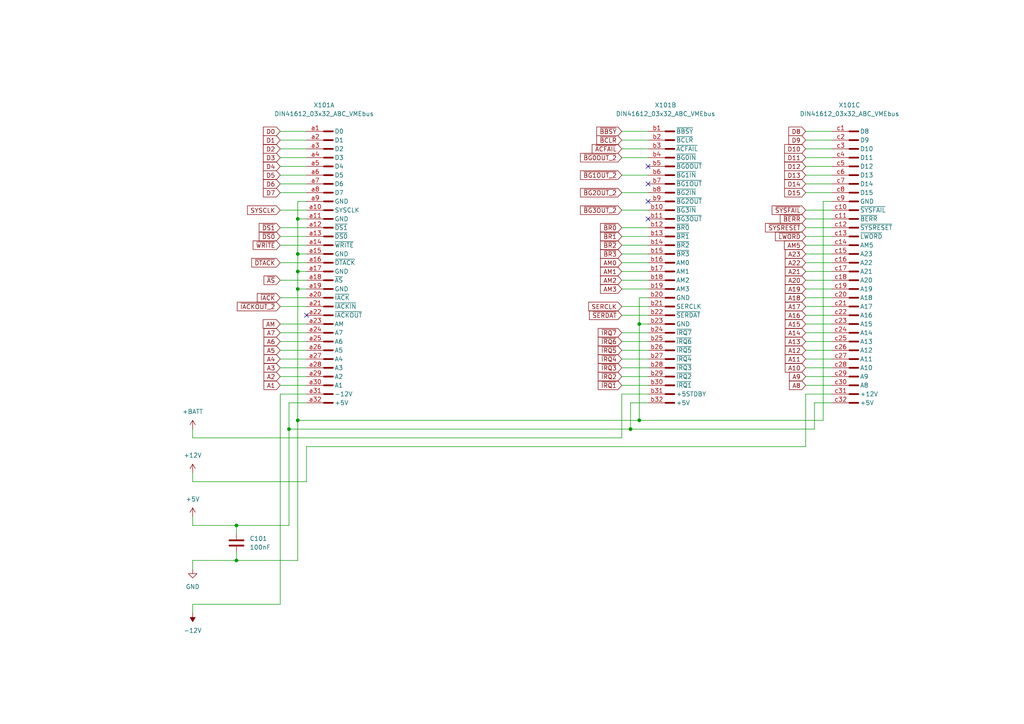
<source format=kicad_sch>
(kicad_sch (version 20211123) (generator eeschema)
  (paper "A4")
  (title_block (title "SLOT 3") (date "2024-01-02") (rev "1") (company "(C) TOM STOREY") (comment 1 "FREE FOR NON-COMMERCIAL USE"))
  (lib_symbols
    (symbol "COMET symbols:C" (pin_numbers hide) (pin_names hide)
      (property "Reference" "C" (at 0 0 0))
      (property "Value" "C" (at 0 0 0))
      (symbol "C_0_1"
        (polyline (pts (xy -2.032 -0.762) (xy 2.032 -0.762)) (stroke (width 0.508)))
        (polyline (pts (xy -2.032 0.762) (xy 2.032 0.762)) (stroke (width 0.508)))
      )
      (symbol "C_1_1"
        (pin passive line (at 0 2.54 270) (length 1.524) (name "~") (number "1"))
        (pin passive line (at 0 -2.54 90) (length 1.524) (name "~") (number "2"))
      )
    )
    (symbol "COMET symbols:DIN41612_03x32_ABC_VMEbus" (pin_names (offset 3.048))
      (property "Reference" "X1" (at -20.32 45.72 0))
      (property "Value" "DIN41612_03x32_ABC_VMEbus" (at -20.32 43.18 0))
      (symbol "DIN41612_03x32_ABC_VMEbus_1_1"
        (polyline (pts (xy 0 -40.64) (xy 2.54 -40.64)) (stroke (width 0.508)))
        (polyline (pts (xy 0 -38.1) (xy 2.54 -38.1)) (stroke (width 0.508)))
        (polyline (pts (xy 0 -35.56) (xy 2.54 -35.56)) (stroke (width 0.508)))
        (polyline (pts (xy 0 -33.02) (xy 2.54 -33.02)) (stroke (width 0.508)))
        (polyline (pts (xy 0 -30.48) (xy 2.54 -30.48)) (stroke (width 0.508)))
        (polyline (pts (xy 0 -27.94) (xy 2.54 -27.94)) (stroke (width 0.508)))
        (polyline (pts (xy 0 -25.4) (xy 2.54 -25.4)) (stroke (width 0.508)))
        (polyline (pts (xy 0 -22.86) (xy 2.54 -22.86)) (stroke (width 0.508)))
        (polyline (pts (xy 0 -20.32) (xy 2.54 -20.32)) (stroke (width 0.508)))
        (polyline (pts (xy 0 -17.78) (xy 2.54 -17.78)) (stroke (width 0.508)))
        (polyline (pts (xy 0 -15.24) (xy 2.54 -15.24)) (stroke (width 0.508)))
        (polyline (pts (xy 0 -12.7) (xy 2.54 -12.7)) (stroke (width 0.508)))
        (polyline (pts (xy 0 -10.16) (xy 2.54 -10.16)) (stroke (width 0.508)))
        (polyline (pts (xy 0 -7.62) (xy 2.54 -7.62)) (stroke (width 0.508)))
        (polyline (pts (xy 0 -5.08) (xy 2.54 -5.08)) (stroke (width 0.508)))
        (polyline (pts (xy 0 -2.54) (xy 2.54 -2.54)) (stroke (width 0.508)))
        (polyline (pts (xy 0 0) (xy 2.54 0)) (stroke (width 0.508)))
        (polyline (pts (xy 0 2.54) (xy 2.54 2.54)) (stroke (width 0.508)))
        (polyline (pts (xy 0 5.08) (xy 2.54 5.08)) (stroke (width 0.508)))
        (polyline (pts (xy 0 7.62) (xy 2.54 7.62)) (stroke (width 0.508)))
        (polyline (pts (xy 0 10.16) (xy 2.54 10.16)) (stroke (width 0.508)))
        (polyline (pts (xy 0 12.7) (xy 2.54 12.7)) (stroke (width 0.508)))
        (polyline (pts (xy 0 15.24) (xy 2.54 15.24)) (stroke (width 0.508)))
        (polyline (pts (xy 0 17.78) (xy 2.54 17.78)) (stroke (width 0.508)))
        (polyline (pts (xy 0 20.32) (xy 2.54 20.32)) (stroke (width 0.508)))
        (polyline (pts (xy 0 22.86) (xy 2.54 22.86)) (stroke (width 0.508)))
        (polyline (pts (xy 0 25.4) (xy 2.54 25.4)) (stroke (width 0.508)))
        (polyline (pts (xy 0 27.94) (xy 2.54 27.94)) (stroke (width 0.508)))
        (polyline (pts (xy 0 30.48) (xy 2.54 30.48)) (stroke (width 0.508)))
        (polyline (pts (xy 0 33.02) (xy 2.54 33.02)) (stroke (width 0.508)))
        (polyline (pts (xy 0 35.56) (xy 2.54 35.56)) (stroke (width 0.508)))
        (polyline (pts (xy 0 38.1) (xy 2.54 38.1)) (stroke (width 0.508)))
        (pin passive line (at -5.08 38.1 0) (length 5.08) (name "D0") (number "a1"))
        (pin passive line (at -5.08 15.24 0) (length 5.08) (name "SYSCLK") (number "a10"))
        (pin passive line (at -5.08 12.7 0) (length 5.08) (name "GND") (number "a11"))
        (pin passive line (at -5.08 10.16 0) (length 5.08) (name "~{DS1}") (number "a12"))
        (pin passive line (at -5.08 7.62 0) (length 5.08) (name "~{DS0}") (number "a13"))
        (pin passive line (at -5.08 5.08 0) (length 5.08) (name "~{WRITE}") (number "a14"))
        (pin passive line (at -5.08 2.54 0) (length 5.08) (name "GND") (number "a15"))
        (pin passive line (at -5.08 0 0) (length 5.08) (name "~{DTACK}") (number "a16"))
        (pin passive line (at -5.08 -2.54 0) (length 5.08) (name "GND") (number "a17"))
        (pin passive line (at -5.08 -5.08 0) (length 5.08) (name "~{AS}") (number "a18"))
        (pin passive line (at -5.08 -7.62 0) (length 5.08) (name "GND") (number "a19"))
        (pin passive line (at -5.08 35.56 0) (length 5.08) (name "D1") (number "a2"))
        (pin passive line (at -5.08 -10.16 0) (length 5.08) (name "~{IACK}") (number "a20"))
        (pin passive line (at -5.08 -12.7 0) (length 5.08) (name "~{IACKIN}") (number "a21"))
        (pin passive line (at -5.08 -15.24 0) (length 5.08) (name "~{IACKOUT}") (number "a22"))
        (pin passive line (at -5.08 -17.78 0) (length 5.08) (name "AM") (number "a23"))
        (pin passive line (at -5.08 -20.32 0) (length 5.08) (name "A7") (number "a24"))
        (pin passive line (at -5.08 -22.86 0) (length 5.08) (name "A6") (number "a25"))
        (pin passive line (at -5.08 -25.4 0) (length 5.08) (name "A5") (number "a26"))
        (pin passive line (at -5.08 -27.94 0) (length 5.08) (name "A4") (number "a27"))
        (pin passive line (at -5.08 -30.48 0) (length 5.08) (name "A3") (number "a28"))
        (pin passive line (at -5.08 -33.02 0) (length 5.08) (name "A2") (number "a29"))
        (pin passive line (at -5.08 33.02 0) (length 5.08) (name "D2") (number "a3"))
        (pin passive line (at -5.08 -35.56 0) (length 5.08) (name "A1") (number "a30"))
        (pin passive line (at -5.08 -38.1 0) (length 5.08) (name "-12V") (number "a31"))
        (pin passive line (at -5.08 -40.64 0) (length 5.08) (name "+5V") (number "a32"))
        (pin passive line (at -5.08 30.48 0) (length 5.08) (name "D3") (number "a4"))
        (pin passive line (at -5.08 27.94 0) (length 5.08) (name "D4") (number "a5"))
        (pin passive line (at -5.08 25.4 0) (length 5.08) (name "D5") (number "a6"))
        (pin passive line (at -5.08 22.86 0) (length 5.08) (name "D6") (number "a7"))
        (pin passive line (at -5.08 20.32 0) (length 5.08) (name "D7") (number "a8"))
        (pin passive line (at -5.08 17.78 0) (length 5.08) (name "GND") (number "a9"))
      )
      (symbol "DIN41612_03x32_ABC_VMEbus_2_1"
        (polyline (pts (xy 0 -40.64) (xy 2.54 -40.64)) (stroke (width 0.508)))
        (polyline (pts (xy 0 -38.1) (xy 2.54 -38.1)) (stroke (width 0.508)))
        (polyline (pts (xy 0 -35.56) (xy 2.54 -35.56)) (stroke (width 0.508)))
        (polyline (pts (xy 0 -33.02) (xy 2.54 -33.02)) (stroke (width 0.508)))
        (polyline (pts (xy 0 -30.48) (xy 2.54 -30.48)) (stroke (width 0.508)))
        (polyline (pts (xy 0 -27.94) (xy 2.54 -27.94)) (stroke (width 0.508)))
        (polyline (pts (xy 0 -25.4) (xy 2.54 -25.4)) (stroke (width 0.508)))
        (polyline (pts (xy 0 -22.86) (xy 2.54 -22.86)) (stroke (width 0.508)))
        (polyline (pts (xy 0 -20.32) (xy 2.54 -20.32)) (stroke (width 0.508)))
        (polyline (pts (xy 0 -17.78) (xy 2.54 -17.78)) (stroke (width 0.508)))
        (polyline (pts (xy 0 -15.24) (xy 2.54 -15.24)) (stroke (width 0.508)))
        (polyline (pts (xy 0 -12.7) (xy 2.54 -12.7)) (stroke (width 0.508)))
        (polyline (pts (xy 0 -10.16) (xy 2.54 -10.16)) (stroke (width 0.508)))
        (polyline (pts (xy 0 -7.62) (xy 2.54 -7.62)) (stroke (width 0.508)))
        (polyline (pts (xy 0 -5.08) (xy 2.54 -5.08)) (stroke (width 0.508)))
        (polyline (pts (xy 0 -2.54) (xy 2.54 -2.54)) (stroke (width 0.508)))
        (polyline (pts (xy 0 0) (xy 2.54 0)) (stroke (width 0.508)))
        (polyline (pts (xy 0 2.54) (xy 2.54 2.54)) (stroke (width 0.508)))
        (polyline (pts (xy 0 5.08) (xy 2.54 5.08)) (stroke (width 0.508)))
        (polyline (pts (xy 0 7.62) (xy 2.54 7.62)) (stroke (width 0.508)))
        (polyline (pts (xy 0 10.16) (xy 2.54 10.16)) (stroke (width 0.508)))
        (polyline (pts (xy 0 12.7) (xy 2.54 12.7)) (stroke (width 0.508)))
        (polyline (pts (xy 0 15.24) (xy 2.54 15.24)) (stroke (width 0.508)))
        (polyline (pts (xy 0 17.78) (xy 2.54 17.78)) (stroke (width 0.508)))
        (polyline (pts (xy 0 20.32) (xy 2.54 20.32)) (stroke (width 0.508)))
        (polyline (pts (xy 0 22.86) (xy 2.54 22.86)) (stroke (width 0.508)))
        (polyline (pts (xy 0 25.4) (xy 2.54 25.4)) (stroke (width 0.508)))
        (polyline (pts (xy 0 27.94) (xy 2.54 27.94)) (stroke (width 0.508)))
        (polyline (pts (xy 0 30.48) (xy 2.54 30.48)) (stroke (width 0.508)))
        (polyline (pts (xy 0 33.02) (xy 2.54 33.02)) (stroke (width 0.508)))
        (polyline (pts (xy 0 35.56) (xy 2.54 35.56)) (stroke (width 0.508)))
        (polyline (pts (xy 0 38.1) (xy 2.54 38.1)) (stroke (width 0.508)))
        (pin passive line (at -5.08 38.1 0) (length 5.08) (name "~{BBSY}") (number "b1"))
        (pin passive line (at -5.08 15.24 0) (length 5.08) (name "~{BG3IN}") (number "b10"))
        (pin passive line (at -5.08 12.7 0) (length 5.08) (name "~{BG3OUT}") (number "b11"))
        (pin passive line (at -5.08 10.16 0) (length 5.08) (name "~{BR0}") (number "b12"))
        (pin passive line (at -5.08 7.62 0) (length 5.08) (name "~{BR1}") (number "b13"))
        (pin passive line (at -5.08 5.08 0) (length 5.08) (name "~{BR2}") (number "b14"))
        (pin passive line (at -5.08 2.54 0) (length 5.08) (name "~{BR3}") (number "b15"))
        (pin passive line (at -5.08 0 0) (length 5.08) (name "AM0") (number "b16"))
        (pin passive line (at -5.08 -2.54 0) (length 5.08) (name "AM1") (number "b17"))
        (pin passive line (at -5.08 -5.08 0) (length 5.08) (name "AM2") (number "b18"))
        (pin passive line (at -5.08 -7.62 0) (length 5.08) (name "AM3") (number "b19"))
        (pin passive line (at -5.08 35.56 0) (length 5.08) (name "~{BCLR}") (number "b2"))
        (pin passive line (at -5.08 -10.16 0) (length 5.08) (name "GND") (number "b20"))
        (pin passive line (at -5.08 -12.7 0) (length 5.08) (name "SERCLK") (number "b21"))
        (pin passive line (at -5.08 -15.24 0) (length 5.08) (name "~{SERDAT}") (number "b22"))
        (pin passive line (at -5.08 -17.78 0) (length 5.08) (name "GND") (number "b23"))
        (pin passive line (at -5.08 -20.32 0) (length 5.08) (name "~{IRQ7}") (number "b24"))
        (pin passive line (at -5.08 -22.86 0) (length 5.08) (name "~{IRQ6}") (number "b25"))
        (pin passive line (at -5.08 -25.4 0) (length 5.08) (name "~{IRQ5}") (number "b26"))
        (pin passive line (at -5.08 -27.94 0) (length 5.08) (name "~{IRQ4}") (number "b27"))
        (pin passive line (at -5.08 -30.48 0) (length 5.08) (name "~{IRQ3}") (number "b28"))
        (pin passive line (at -5.08 -33.02 0) (length 5.08) (name "~{IRQ2}") (number "b29"))
        (pin passive line (at -5.08 33.02 0) (length 5.08) (name "~{ACFAIL}") (number "b3"))
        (pin passive line (at -5.08 -35.56 0) (length 5.08) (name "~{IRQ1}") (number "b30"))
        (pin passive line (at -5.08 -38.1 0) (length 5.08) (name "+5STDBY") (number "b31"))
        (pin passive line (at -5.08 -40.64 0) (length 5.08) (name "+5V") (number "b32"))
        (pin passive line (at -5.08 30.48 0) (length 5.08) (name "~{BG0IN}") (number "b4"))
        (pin passive line (at -5.08 27.94 0) (length 5.08) (name "~{BG0OUT}") (number "b5"))
        (pin passive line (at -5.08 25.4 0) (length 5.08) (name "~{BG1IN}") (number "b6"))
        (pin passive line (at -5.08 22.86 0) (length 5.08) (name "~{BG1OUT}") (number "b7"))
        (pin passive line (at -5.08 20.32 0) (length 5.08) (name "~{BG2IN}") (number "b8"))
        (pin passive line (at -5.08 17.78 0) (length 5.08) (name "~{BG2OUT}") (number "b9"))
      )
      (symbol "DIN41612_03x32_ABC_VMEbus_3_1"
        (polyline (pts (xy 0 -40.64) (xy 2.54 -40.64)) (stroke (width 0.508)))
        (polyline (pts (xy 0 -38.1) (xy 2.54 -38.1)) (stroke (width 0.508)))
        (polyline (pts (xy 0 -35.56) (xy 2.54 -35.56)) (stroke (width 0.508)))
        (polyline (pts (xy 0 -33.02) (xy 2.54 -33.02)) (stroke (width 0.508)))
        (polyline (pts (xy 0 -30.48) (xy 2.54 -30.48)) (stroke (width 0.508)))
        (polyline (pts (xy 0 -27.94) (xy 2.54 -27.94)) (stroke (width 0.508)))
        (polyline (pts (xy 0 -25.4) (xy 2.54 -25.4)) (stroke (width 0.508)))
        (polyline (pts (xy 0 -22.86) (xy 2.54 -22.86)) (stroke (width 0.508)))
        (polyline (pts (xy 0 -20.32) (xy 2.54 -20.32)) (stroke (width 0.508)))
        (polyline (pts (xy 0 -17.78) (xy 2.54 -17.78)) (stroke (width 0.508)))
        (polyline (pts (xy 0 -15.24) (xy 2.54 -15.24)) (stroke (width 0.508)))
        (polyline (pts (xy 0 -12.7) (xy 2.54 -12.7)) (stroke (width 0.508)))
        (polyline (pts (xy 0 -10.16) (xy 2.54 -10.16)) (stroke (width 0.508)))
        (polyline (pts (xy 0 -7.62) (xy 2.54 -7.62)) (stroke (width 0.508)))
        (polyline (pts (xy 0 -5.08) (xy 2.54 -5.08)) (stroke (width 0.508)))
        (polyline (pts (xy 0 -2.54) (xy 2.54 -2.54)) (stroke (width 0.508)))
        (polyline (pts (xy 0 0) (xy 2.54 0)) (stroke (width 0.508)))
        (polyline (pts (xy 0 2.54) (xy 2.54 2.54)) (stroke (width 0.508)))
        (polyline (pts (xy 0 5.08) (xy 2.54 5.08)) (stroke (width 0.508)))
        (polyline (pts (xy 0 7.62) (xy 2.54 7.62)) (stroke (width 0.508)))
        (polyline (pts (xy 0 10.16) (xy 2.54 10.16)) (stroke (width 0.508)))
        (polyline (pts (xy 0 12.7) (xy 2.54 12.7)) (stroke (width 0.508)))
        (polyline (pts (xy 0 15.24) (xy 2.54 15.24)) (stroke (width 0.508)))
        (polyline (pts (xy 0 17.78) (xy 2.54 17.78)) (stroke (width 0.508)))
        (polyline (pts (xy 0 20.32) (xy 2.54 20.32)) (stroke (width 0.508)))
        (polyline (pts (xy 0 22.86) (xy 2.54 22.86)) (stroke (width 0.508)))
        (polyline (pts (xy 0 25.4) (xy 2.54 25.4)) (stroke (width 0.508)))
        (polyline (pts (xy 0 27.94) (xy 2.54 27.94)) (stroke (width 0.508)))
        (polyline (pts (xy 0 30.48) (xy 2.54 30.48)) (stroke (width 0.508)))
        (polyline (pts (xy 0 33.02) (xy 2.54 33.02)) (stroke (width 0.508)))
        (polyline (pts (xy 0 35.56) (xy 2.54 35.56)) (stroke (width 0.508)))
        (polyline (pts (xy 0 38.1) (xy 2.54 38.1)) (stroke (width 0.508)))
        (pin passive line (at -5.08 38.1 0) (length 5.08) (name "D8") (number "c1"))
        (pin passive line (at -5.08 15.24 0) (length 5.08) (name "~{SYSFAIL}") (number "c10"))
        (pin passive line (at -5.08 12.7 0) (length 5.08) (name "~{BERR}") (number "c11"))
        (pin passive line (at -5.08 10.16 0) (length 5.08) (name "~{SYSRESET}") (number "c12"))
        (pin passive line (at -5.08 7.62 0) (length 5.08) (name "~{LWORD}") (number "c13"))
        (pin passive line (at -5.08 5.08 0) (length 5.08) (name "AM5") (number "c14"))
        (pin passive line (at -5.08 2.54 0) (length 5.08) (name "A23") (number "c15"))
        (pin passive line (at -5.08 0 0) (length 5.08) (name "A22") (number "c16"))
        (pin passive line (at -5.08 -2.54 0) (length 5.08) (name "A21") (number "c17"))
        (pin passive line (at -5.08 -5.08 0) (length 5.08) (name "A20") (number "c18"))
        (pin passive line (at -5.08 -7.62 0) (length 5.08) (name "A19") (number "c19"))
        (pin passive line (at -5.08 35.56 0) (length 5.08) (name "D9") (number "c2"))
        (pin passive line (at -5.08 -10.16 0) (length 5.08) (name "A18") (number "c20"))
        (pin passive line (at -5.08 -12.7 0) (length 5.08) (name "A17") (number "c21"))
        (pin passive line (at -5.08 -15.24 0) (length 5.08) (name "A16") (number "c22"))
        (pin passive line (at -5.08 -17.78 0) (length 5.08) (name "A15") (number "c23"))
        (pin passive line (at -5.08 -20.32 0) (length 5.08) (name "A14") (number "c24"))
        (pin passive line (at -5.08 -22.86 0) (length 5.08) (name "A13") (number "c25"))
        (pin passive line (at -5.08 -25.4 0) (length 5.08) (name "A12") (number "c26"))
        (pin passive line (at -5.08 -27.94 0) (length 5.08) (name "A11") (number "c27"))
        (pin passive line (at -5.08 -30.48 0) (length 5.08) (name "A10") (number "c28"))
        (pin passive line (at -5.08 -33.02 0) (length 5.08) (name "A9") (number "c29"))
        (pin passive line (at -5.08 33.02 0) (length 5.08) (name "D10") (number "c3"))
        (pin passive line (at -5.08 -35.56 0) (length 5.08) (name "A8") (number "c30"))
        (pin passive line (at -5.08 -38.1 0) (length 5.08) (name "+12V") (number "c31"))
        (pin passive line (at -5.08 -40.64 0) (length 5.08) (name "+5V") (number "c32"))
        (pin passive line (at -5.08 30.48 0) (length 5.08) (name "D11") (number "c4"))
        (pin passive line (at -5.08 27.94 0) (length 5.08) (name "D12") (number "c5"))
        (pin passive line (at -5.08 25.4 0) (length 5.08) (name "D13") (number "c6"))
        (pin passive line (at -5.08 22.86 0) (length 5.08) (name "D14") (number "c7"))
        (pin passive line (at -5.08 20.32 0) (length 5.08) (name "D15") (number "c8"))
        (pin passive line (at -5.08 17.78 0) (length 5.08) (name "GND") (number "c9"))
      )
    )
    (symbol "power:+12V" (power) (pin_names (offset 0))
      (property "Value" "+12V" (at 0 3.556 0))
      (symbol "+12V_0_1"
        (polyline (pts (xy -0.762 1.27) (xy 0 2.54)))
        (polyline (pts (xy 0 0) (xy 0 2.54)))
        (polyline (pts (xy 0 2.54) (xy 0.762 1.27)))
      )
      (symbol "+12V_1_1"
        (pin power_in line (at 0 0 90) (length 0) hide (name "+12V") (number "1"))
      )
    )
    (symbol "power:+5V" (power) (pin_names (offset 0))
      (property "Value" "+5V" (at 0 3.556 0))
      (symbol "+5V_0_1"
        (polyline (pts (xy -0.762 1.27) (xy 0 2.54)))
        (polyline (pts (xy 0 0) (xy 0 2.54)))
        (polyline (pts (xy 0 2.54) (xy 0.762 1.27)))
      )
      (symbol "+5V_1_1"
        (pin power_in line (at 0 0 90) (length 0) hide (name "+5V") (number "1"))
      )
    )
    (symbol "power:+BATT" (power) (pin_names (offset 0))
      (property "Value" "+BATT" (at 0 3.556 0))
      (symbol "+BATT_0_1"
        (polyline (pts (xy -0.762 1.27) (xy 0 2.54)))
        (polyline (pts (xy 0 0) (xy 0 2.54)))
        (polyline (pts (xy 0 2.54) (xy 0.762 1.27)))
      )
      (symbol "+BATT_1_1"
        (pin power_in line (at 0 0 90) (length 0) hide (name "+BATT") (number "1"))
      )
    )
    (symbol "power:-12V" (power) (pin_names (offset 0))
      (property "Value" "-12V" (at 0 3.81 0))
      (symbol "-12V_0_0"
        (pin power_in line (at 0 0 90) (length 0) hide (name "-12V") (number "1"))
      )
      (symbol "-12V_0_1"
        (polyline (pts (xy 0 0) (xy 0 1.27) (xy 0.762 1.27) (xy 0 2.54) (xy -0.762 1.27) (xy 0 1.27)) (fill (type outline)))
      )
    )
    (symbol "power:GND" (power) (pin_names (offset 0))
      (property "Value" "GND" (at 0 -3.81 0))
      (symbol "GND_0_1"
        (polyline (pts (xy 0 0) (xy 0 -1.27) (xy 1.27 -1.27) (xy 0 -2.54) (xy -1.27 -1.27) (xy 0 -1.27)))
      )
      (symbol "GND_1_1"
        (pin power_in line (at 0 0 270) (length 0) hide (name "GND") (number "1"))
      )
    )
  )
  (junction (at 86.36 83.82))
  (junction (at 86.36 63.5))
  (junction (at 86.36 78.74))
  (junction (at 185.42 93.98))
  (junction (at 185.42 121.92))
  (junction (at 83.82 124.46))
  (junction (at 86.36 73.66))
  (junction (at 68.58 152.4))
  (junction (at 182.88 124.46))
  (junction (at 68.58 162.56))
  (junction (at 86.36 121.92))
  (no_connect (at 88.9 91.44))
  (no_connect (at 187.96 63.5))
  (no_connect (at 187.96 58.42))
  (no_connect (at 187.96 48.26))
  (no_connect (at 187.96 53.34))
  (wire (pts (xy 238.76 58.42) (xy 238.76 121.92)))
  (wire (pts (xy 180.34 83.82) (xy 187.96 83.82)))
  (wire (pts (xy 233.68 106.68) (xy 241.3 106.68)))
  (wire (pts (xy 81.28 60.96) (xy 88.9 60.96)))
  (wire (pts (xy 180.34 43.18) (xy 187.96 43.18)))
  (wire (pts (xy 68.58 160.02) (xy 68.58 162.56)))
  (wire (pts (xy 233.68 55.88) (xy 241.3 55.88)))
  (wire (pts (xy 233.68 91.44) (xy 241.3 91.44)))
  (wire (pts (xy 86.36 78.74) (xy 88.9 78.74)))
  (wire (pts (xy 81.28 106.68) (xy 88.9 106.68)))
  (wire (pts (xy 233.68 71.12) (xy 241.3 71.12)))
  (wire (pts (xy 180.34 127) (xy 180.34 114.3)))
  (wire (pts (xy 233.68 114.3) (xy 241.3 114.3)))
  (wire (pts (xy 81.28 50.8) (xy 88.9 50.8)))
  (wire (pts (xy 233.68 86.36) (xy 241.3 86.36)))
  (wire (pts (xy 86.36 121.92) (xy 185.42 121.92)))
  (wire (pts (xy 55.88 177.8) (xy 55.88 175.26)))
  (wire (pts (xy 182.88 116.84) (xy 182.88 124.46)))
  (wire (pts (xy 185.42 86.36) (xy 185.42 93.98)))
  (wire (pts (xy 81.28 93.98) (xy 88.9 93.98)))
  (wire (pts (xy 55.88 139.7) (xy 88.9 139.7)))
  (wire (pts (xy 182.88 124.46) (xy 236.22 124.46)))
  (wire (pts (xy 236.22 116.84) (xy 241.3 116.84)))
  (wire (pts (xy 180.34 71.12) (xy 187.96 71.12)))
  (wire (pts (xy 233.68 38.1) (xy 241.3 38.1)))
  (wire (pts (xy 233.68 53.34) (xy 241.3 53.34)))
  (wire (pts (xy 55.88 149.86) (xy 55.88 152.4)))
  (wire (pts (xy 185.42 93.98) (xy 187.96 93.98)))
  (wire (pts (xy 86.36 78.74) (xy 86.36 83.82)))
  (wire (pts (xy 81.28 66.04) (xy 88.9 66.04)))
  (wire (pts (xy 180.34 111.76) (xy 187.96 111.76)))
  (wire (pts (xy 233.68 104.14) (xy 241.3 104.14)))
  (wire (pts (xy 180.34 96.52) (xy 187.96 96.52)))
  (wire (pts (xy 180.34 88.9) (xy 187.96 88.9)))
  (wire (pts (xy 55.88 175.26) (xy 81.28 175.26)))
  (wire (pts (xy 187.96 116.84) (xy 182.88 116.84)))
  (wire (pts (xy 55.88 137.16) (xy 55.88 139.7)))
  (wire (pts (xy 81.28 38.1) (xy 88.9 38.1)))
  (wire (pts (xy 81.28 86.36) (xy 88.9 86.36)))
  (wire (pts (xy 86.36 58.42) (xy 86.36 63.5)))
  (wire (pts (xy 83.82 152.4) (xy 83.82 124.46)))
  (wire (pts (xy 55.88 124.46) (xy 55.88 127)))
  (wire (pts (xy 180.34 40.64) (xy 187.96 40.64)))
  (wire (pts (xy 81.28 81.28) (xy 88.9 81.28)))
  (wire (pts (xy 180.34 73.66) (xy 187.96 73.66)))
  (wire (pts (xy 233.68 68.58) (xy 241.3 68.58)))
  (wire (pts (xy 233.68 99.06) (xy 241.3 99.06)))
  (wire (pts (xy 233.68 101.6) (xy 241.3 101.6)))
  (wire (pts (xy 233.68 48.26) (xy 241.3 48.26)))
  (wire (pts (xy 180.34 55.88) (xy 187.96 55.88)))
  (wire (pts (xy 233.68 129.54) (xy 233.68 114.3)))
  (wire (pts (xy 81.28 43.18) (xy 88.9 43.18)))
  (wire (pts (xy 81.28 76.2) (xy 88.9 76.2)))
  (wire (pts (xy 86.36 83.82) (xy 86.36 121.92)))
  (wire (pts (xy 180.34 104.14) (xy 187.96 104.14)))
  (wire (pts (xy 86.36 63.5) (xy 86.36 73.66)))
  (wire (pts (xy 180.34 68.58) (xy 187.96 68.58)))
  (wire (pts (xy 180.34 76.2) (xy 187.96 76.2)))
  (wire (pts (xy 233.68 88.9) (xy 241.3 88.9)))
  (wire (pts (xy 68.58 152.4) (xy 68.58 154.94)))
  (wire (pts (xy 83.82 124.46) (xy 182.88 124.46)))
  (wire (pts (xy 55.88 152.4) (xy 68.58 152.4)))
  (wire (pts (xy 81.28 48.26) (xy 88.9 48.26)))
  (wire (pts (xy 233.68 81.28) (xy 241.3 81.28)))
  (wire (pts (xy 88.9 116.84) (xy 83.82 116.84)))
  (wire (pts (xy 81.28 45.72) (xy 88.9 45.72)))
  (wire (pts (xy 68.58 162.56) (xy 55.88 162.56)))
  (wire (pts (xy 233.68 43.18) (xy 241.3 43.18)))
  (wire (pts (xy 233.68 50.8) (xy 241.3 50.8)))
  (wire (pts (xy 233.68 45.72) (xy 241.3 45.72)))
  (wire (pts (xy 81.28 175.26) (xy 81.28 114.3)))
  (wire (pts (xy 180.34 91.44) (xy 187.96 91.44)))
  (wire (pts (xy 180.34 106.68) (xy 187.96 106.68)))
  (wire (pts (xy 83.82 116.84) (xy 83.82 124.46)))
  (wire (pts (xy 88.9 129.54) (xy 88.9 139.7)))
  (wire (pts (xy 86.36 73.66) (xy 88.9 73.66)))
  (wire (pts (xy 81.28 101.6) (xy 88.9 101.6)))
  (wire (pts (xy 233.68 76.2) (xy 241.3 76.2)))
  (wire (pts (xy 68.58 152.4) (xy 83.82 152.4)))
  (wire (pts (xy 180.34 50.8) (xy 187.96 50.8)))
  (wire (pts (xy 86.36 162.56) (xy 68.58 162.56)))
  (wire (pts (xy 180.34 81.28) (xy 187.96 81.28)))
  (wire (pts (xy 241.3 58.42) (xy 238.76 58.42)))
  (wire (pts (xy 86.36 73.66) (xy 86.36 78.74)))
  (wire (pts (xy 81.28 104.14) (xy 88.9 104.14)))
  (wire (pts (xy 81.28 96.52) (xy 88.9 96.52)))
  (wire (pts (xy 81.28 53.34) (xy 88.9 53.34)))
  (wire (pts (xy 180.34 66.04) (xy 187.96 66.04)))
  (wire (pts (xy 88.9 58.42) (xy 86.36 58.42)))
  (wire (pts (xy 55.88 162.56) (xy 55.88 165.1)))
  (wire (pts (xy 233.68 40.64) (xy 241.3 40.64)))
  (wire (pts (xy 180.34 109.22) (xy 187.96 109.22)))
  (wire (pts (xy 88.9 129.54) (xy 233.68 129.54)))
  (wire (pts (xy 233.68 78.74) (xy 241.3 78.74)))
  (wire (pts (xy 233.68 93.98) (xy 241.3 93.98)))
  (wire (pts (xy 180.34 101.6) (xy 187.96 101.6)))
  (wire (pts (xy 81.28 68.58) (xy 88.9 68.58)))
  (wire (pts (xy 81.28 40.64) (xy 88.9 40.64)))
  (wire (pts (xy 233.68 60.96) (xy 241.3 60.96)))
  (wire (pts (xy 233.68 96.52) (xy 241.3 96.52)))
  (wire (pts (xy 233.68 66.04) (xy 241.3 66.04)))
  (wire (pts (xy 81.28 114.3) (xy 88.9 114.3)))
  (wire (pts (xy 86.36 63.5) (xy 88.9 63.5)))
  (wire (pts (xy 81.28 111.76) (xy 88.9 111.76)))
  (wire (pts (xy 185.42 121.92) (xy 238.76 121.92)))
  (wire (pts (xy 233.68 63.5) (xy 241.3 63.5)))
  (wire (pts (xy 81.28 88.9) (xy 88.9 88.9)))
  (wire (pts (xy 233.68 111.76) (xy 241.3 111.76)))
  (wire (pts (xy 180.34 78.74) (xy 187.96 78.74)))
  (wire (pts (xy 233.68 83.82) (xy 241.3 83.82)))
  (wire (pts (xy 86.36 83.82) (xy 88.9 83.82)))
  (wire (pts (xy 236.22 124.46) (xy 236.22 116.84)))
  (wire (pts (xy 187.96 86.36) (xy 185.42 86.36)))
  (wire (pts (xy 55.88 127) (xy 180.34 127)))
  (wire (pts (xy 81.28 71.12) (xy 88.9 71.12)))
  (wire (pts (xy 233.68 73.66) (xy 241.3 73.66)))
  (wire (pts (xy 233.68 109.22) (xy 241.3 109.22)))
  (wire (pts (xy 81.28 55.88) (xy 88.9 55.88)))
  (wire (pts (xy 81.28 99.06) (xy 88.9 99.06)))
  (wire (pts (xy 180.34 60.96) (xy 187.96 60.96)))
  (wire (pts (xy 86.36 121.92) (xy 86.36 162.56)))
  (wire (pts (xy 180.34 45.72) (xy 187.96 45.72)))
  (wire (pts (xy 81.28 109.22) (xy 88.9 109.22)))
  (wire (pts (xy 180.34 99.06) (xy 187.96 99.06)))
  (wire (pts (xy 185.42 93.98) (xy 185.42 121.92)))
  (wire (pts (xy 180.34 114.3) (xy 187.96 114.3)))
  (wire (pts (xy 180.34 38.1) (xy 187.96 38.1)))
  (global_label "~{IRQ5}" (shape input) (at 180.34 101.6 180) (property "Intersheet References" "${INTERSHEET_REFS}" (effects hide)))
  (global_label "D6" (shape input) (at 81.28 53.34 180) (property "Intersheet References" "${INTERSHEET_REFS}" (effects hide)))
  (global_label "~{BG0OUT_2}" (shape input) (at 180.34 45.72 180) (property "Intersheet References" "${INTERSHEET_REFS}" (effects hide)))
  (global_label "AM2" (shape input) (at 180.34 81.28 180) (property "Intersheet References" "${INTERSHEET_REFS}" (effects hide)))
  (global_label "A22" (shape input) (at 233.68 76.2 180) (property "Intersheet References" "${INTERSHEET_REFS}" (effects hide)))
  (global_label "D8" (shape input) (at 233.68 38.1 180) (property "Intersheet References" "${INTERSHEET_REFS}" (effects hide)))
  (global_label "AM3" (shape input) (at 180.34 83.82 180) (property "Intersheet References" "${INTERSHEET_REFS}" (effects hide)))
  (global_label "D2" (shape input) (at 81.28 43.18 180) (property "Intersheet References" "${INTERSHEET_REFS}" (effects hide)))
  (global_label "A5" (shape input) (at 81.28 101.6 180) (property "Intersheet References" "${INTERSHEET_REFS}" (effects hide)))
  (global_label "A4" (shape input) (at 81.28 104.14 180) (property "Intersheet References" "${INTERSHEET_REFS}" (effects hide)))
  (global_label "~{IRQ6}" (shape input) (at 180.34 99.06 180) (property "Intersheet References" "${INTERSHEET_REFS}" (effects hide)))
  (global_label "A14" (shape input) (at 233.68 96.52 180) (property "Intersheet References" "${INTERSHEET_REFS}" (effects hide)))
  (global_label "~{BR3}" (shape input) (at 180.34 73.66 180) (property "Intersheet References" "${INTERSHEET_REFS}" (effects hide)))
  (global_label "D10" (shape input) (at 233.68 43.18 180) (property "Intersheet References" "${INTERSHEET_REFS}" (effects hide)))
  (global_label "A7" (shape input) (at 81.28 96.52 180) (property "Intersheet References" "${INTERSHEET_REFS}" (effects hide)))
  (global_label "D5" (shape input) (at 81.28 50.8 180) (property "Intersheet References" "${INTERSHEET_REFS}" (effects hide)))
  (global_label "~{WRITE}" (shape input) (at 81.28 71.12 180) (property "Intersheet References" "${INTERSHEET_REFS}" (effects hide)))
  (global_label "~{SYSFAIL}" (shape input) (at 233.68 60.96 180) (property "Intersheet References" "${INTERSHEET_REFS}" (effects hide)))
  (global_label "AM" (shape input) (at 81.28 93.98 180) (property "Intersheet References" "${INTERSHEET_REFS}" (effects hide)))
  (global_label "~{AS}" (shape input) (at 81.28 81.28 180) (property "Intersheet References" "${INTERSHEET_REFS}" (effects hide)))
  (global_label "~{DS1}" (shape input) (at 81.28 66.04 180) (property "Intersheet References" "${INTERSHEET_REFS}" (effects hide)))
  (global_label "A1" (shape input) (at 81.28 111.76 180) (property "Intersheet References" "${INTERSHEET_REFS}" (effects hide)))
  (global_label "~{BG2OUT_2}" (shape input) (at 180.34 55.88 180) (property "Intersheet References" "${INTERSHEET_REFS}" (effects hide)))
  (global_label "AM0" (shape input) (at 180.34 76.2 180) (property "Intersheet References" "${INTERSHEET_REFS}" (effects hide)))
  (global_label "~{IRQ1}" (shape input) (at 180.34 111.76 180) (property "Intersheet References" "${INTERSHEET_REFS}" (effects hide)))
  (global_label "~{DS0}" (shape input) (at 81.28 68.58 180) (property "Intersheet References" "${INTERSHEET_REFS}" (effects hide)))
  (global_label "~{IACK}" (shape input) (at 81.28 86.36 180) (property "Intersheet References" "${INTERSHEET_REFS}" (effects hide)))
  (global_label "A21" (shape input) (at 233.68 78.74 180) (property "Intersheet References" "${INTERSHEET_REFS}" (effects hide)))
  (global_label "A11" (shape input) (at 233.68 104.14 180) (property "Intersheet References" "${INTERSHEET_REFS}" (effects hide)))
  (global_label "D15" (shape input) (at 233.68 55.88 180) (property "Intersheet References" "${INTERSHEET_REFS}" (effects hide)))
  (global_label "A10" (shape input) (at 233.68 106.68 180) (property "Intersheet References" "${INTERSHEET_REFS}" (effects hide)))
  (global_label "~{BG3OUT_2}" (shape input) (at 180.34 60.96 180) (property "Intersheet References" "${INTERSHEET_REFS}" (effects hide)))
  (global_label "A8" (shape input) (at 233.68 111.76 180) (property "Intersheet References" "${INTERSHEET_REFS}" (effects hide)))
  (global_label "D9" (shape input) (at 233.68 40.64 180) (property "Intersheet References" "${INTERSHEET_REFS}" (effects hide)))
  (global_label "SERCLK" (shape input) (at 180.34 88.9 180) (property "Intersheet References" "${INTERSHEET_REFS}" (effects hide)))
  (global_label "D1" (shape input) (at 81.28 40.64 180) (property "Intersheet References" "${INTERSHEET_REFS}" (effects hide)))
  (global_label "A18" (shape input) (at 233.68 86.36 180) (property "Intersheet References" "${INTERSHEET_REFS}" (effects hide)))
  (global_label "AM5" (shape input) (at 233.68 71.12 180) (property "Intersheet References" "${INTERSHEET_REFS}" (effects hide)))
  (global_label "D7" (shape input) (at 81.28 55.88 180) (property "Intersheet References" "${INTERSHEET_REFS}" (effects hide)))
  (global_label "~{ACFAIL}" (shape input) (at 180.34 43.18 180) (property "Intersheet References" "${INTERSHEET_REFS}" (effects hide)))
  (global_label "~{BR0}" (shape input) (at 180.34 66.04 180) (property "Intersheet References" "${INTERSHEET_REFS}" (effects hide)))
  (global_label "A19" (shape input) (at 233.68 83.82 180) (property "Intersheet References" "${INTERSHEET_REFS}" (effects hide)))
  (global_label "~{IACKOUT_2}" (shape input) (at 81.28 88.9 180) (property "Intersheet References" "${INTERSHEET_REFS}" (effects hide)))
  (global_label "A16" (shape input) (at 233.68 91.44 180) (property "Intersheet References" "${INTERSHEET_REFS}" (effects hide)))
  (global_label "SYSCLK" (shape input) (at 81.28 60.96 180) (property "Intersheet References" "${INTERSHEET_REFS}" (effects hide)))
  (global_label "D11" (shape input) (at 233.68 45.72 180) (property "Intersheet References" "${INTERSHEET_REFS}" (effects hide)))
  (global_label "A12" (shape input) (at 233.68 101.6 180) (property "Intersheet References" "${INTERSHEET_REFS}" (effects hide)))
  (global_label "D13" (shape input) (at 233.68 50.8 180) (property "Intersheet References" "${INTERSHEET_REFS}" (effects hide)))
  (global_label "~{IRQ4}" (shape input) (at 180.34 104.14 180) (property "Intersheet References" "${INTERSHEET_REFS}" (effects hide)))
  (global_label "A20" (shape input) (at 233.68 81.28 180) (property "Intersheet References" "${INTERSHEET_REFS}" (effects hide)))
  (global_label "~{LWORD}" (shape input) (at 233.68 68.58 180) (property "Intersheet References" "${INTERSHEET_REFS}" (effects hide)))
  (global_label "A9" (shape input) (at 233.68 109.22 180) (property "Intersheet References" "${INTERSHEET_REFS}" (effects hide)))
  (global_label "AM1" (shape input) (at 180.34 78.74 180) (property "Intersheet References" "${INTERSHEET_REFS}" (effects hide)))
  (global_label "D0" (shape input) (at 81.28 38.1 180) (property "Intersheet References" "${INTERSHEET_REFS}" (effects hide)))
  (global_label "D3" (shape input) (at 81.28 45.72 180) (property "Intersheet References" "${INTERSHEET_REFS}" (effects hide)))
  (global_label "A23" (shape input) (at 233.68 73.66 180) (property "Intersheet References" "${INTERSHEET_REFS}" (effects hide)))
  (global_label "~{SYSRESET}" (shape input) (at 233.68 66.04 180) (property "Intersheet References" "${INTERSHEET_REFS}" (effects hide)))
  (global_label "A13" (shape input) (at 233.68 99.06 180) (property "Intersheet References" "${INTERSHEET_REFS}" (effects hide)))
  (global_label "~{IRQ3}" (shape input) (at 180.34 106.68 180) (property "Intersheet References" "${INTERSHEET_REFS}" (effects hide)))
  (global_label "~{SERDAT}" (shape input) (at 180.34 91.44 180) (property "Intersheet References" "${INTERSHEET_REFS}" (effects hide)))
  (global_label "~{BBSY}" (shape input) (at 180.34 38.1 180) (property "Intersheet References" "${INTERSHEET_REFS}" (effects hide)))
  (global_label "A3" (shape input) (at 81.28 106.68 180) (property "Intersheet References" "${INTERSHEET_REFS}" (effects hide)))
  (global_label "A6" (shape input) (at 81.28 99.06 180) (property "Intersheet References" "${INTERSHEET_REFS}" (effects hide)))
  (global_label "~{BG1OUT_2}" (shape input) (at 180.34 50.8 180) (property "Intersheet References" "${INTERSHEET_REFS}" (effects hide)))
  (global_label "~{BR2}" (shape input) (at 180.34 71.12 180) (property "Intersheet References" "${INTERSHEET_REFS}" (effects hide)))
  (global_label "A2" (shape input) (at 81.28 109.22 180) (property "Intersheet References" "${INTERSHEET_REFS}" (effects hide)))
  (global_label "A17" (shape input) (at 233.68 88.9 180) (property "Intersheet References" "${INTERSHEET_REFS}" (effects hide)))
  (global_label "~{BR1}" (shape input) (at 180.34 68.58 180) (property "Intersheet References" "${INTERSHEET_REFS}" (effects hide)))
  (global_label "~{IRQ2}" (shape input) (at 180.34 109.22 180) (property "Intersheet References" "${INTERSHEET_REFS}" (effects hide)))
  (global_label "D14" (shape input) (at 233.68 53.34 180) (property "Intersheet References" "${INTERSHEET_REFS}" (effects hide)))
  (global_label "D4" (shape input) (at 81.28 48.26 180) (property "Intersheet References" "${INTERSHEET_REFS}" (effects hide)))
  (global_label "~{BERR}" (shape input) (at 233.68 63.5 180) (property "Intersheet References" "${INTERSHEET_REFS}" (effects hide)))
  (global_label "~{DTACK}" (shape input) (at 81.28 76.2 180) (property "Intersheet References" "${INTERSHEET_REFS}" (effects hide)))
  (global_label "~{BCLR}" (shape input) (at 180.34 40.64 180) (property "Intersheet References" "${INTERSHEET_REFS}" (effects hide)))
  (global_label "A15" (shape input) (at 233.68 93.98 180) (property "Intersheet References" "${INTERSHEET_REFS}" (effects hide)))
  (global_label "~{IRQ7}" (shape input) (at 180.34 96.52 180) (property "Intersheet References" "${INTERSHEET_REFS}" (effects hide)))
  (global_label "D12" (shape input) (at 233.68 48.26 180) (property "Intersheet References" "${INTERSHEET_REFS}" (effects hide)))
  (symbol (lib_id "power:+5V") (at 55.88 149.86 0) (unit 1)
    (property "Reference" "#PWR?" (effects hide))
    (property "Value" "+5V" (at 55.88 144.78 0))
  )
  (symbol (lib_id "COMET symbols:DIN41612_03x32_ABC_VMEbus") (at 93.98 76.2 0) (unit 1)
    (property "Reference" "X101" (at 93.98 30.48 0))
    (property "Value" "DIN41612_03x32_ABC_VMEbus" (at 93.98 33.02 0))
    (property "Footprint" "Connector_DIN:DIN41612_C_3x32_Female_Vertical_THT" (effects hide))
  )
  (symbol (lib_id "power:+12V") (at 55.88 137.16 0) (unit 1)
    (property "Reference" "#PWR?" (effects hide))
    (property "Value" "+12V" (at 55.88 132.08 0))
  )
  (symbol (lib_id "COMET symbols:C") (at 68.58 157.48 0) (unit 1)
    (property "Reference" "C101" (at 72.39 156.2099 0) (effects (justify left)))
    (property "Value" "100nF" (at 72.39 158.7499 0) (effects (justify left)))
    (property "Footprint" "Capacitor_THT:C_Disc_D4.3mm_W1.9mm_P5.00mm" (effects hide))
  )
  (symbol (lib_id "COMET symbols:DIN41612_03x32_ABC_VMEbus") (at 193.04 76.2 0) (unit 2)
    (property "Reference" "X101" (at 193.04 30.48 0))
    (property "Value" "DIN41612_03x32_ABC_VMEbus" (at 193.04 33.02 0))
    (property "Footprint" "Connector_DIN:DIN41612_C_3x32_Male_Horizontal_THT" (effects hide))
  )
  (symbol (lib_id "power:-12V") (at 55.88 177.8 180) (unit 1)
    (property "Reference" "#PWR?" (effects hide))
    (property "Value" "-12V" (at 55.88 182.88 0))
  )
  (symbol (lib_id "COMET symbols:DIN41612_03x32_ABC_VMEbus") (at 246.38 76.2 0) (unit 3)
    (property "Reference" "X101" (at 246.38 30.48 0))
    (property "Value" "DIN41612_03x32_ABC_VMEbus" (at 246.38 33.02 0))
    (property "Footprint" "Connector_DIN:DIN41612_C_3x32_Male_Horizontal_THT" (effects hide))
  )
  (symbol (lib_id "power:+BATT") (at 55.88 124.46 0) (unit 1)
    (property "Reference" "#PWR?" (effects hide))
    (property "Value" "+BATT" (at 55.88 119.38 0))
  )
  (symbol (lib_id "power:GND") (at 55.88 165.1 0) (unit 1)
    (property "Reference" "#PWR?" (effects hide))
    (property "Value" "GND" (at 55.88 170.18 0))
  )
)
</source>
